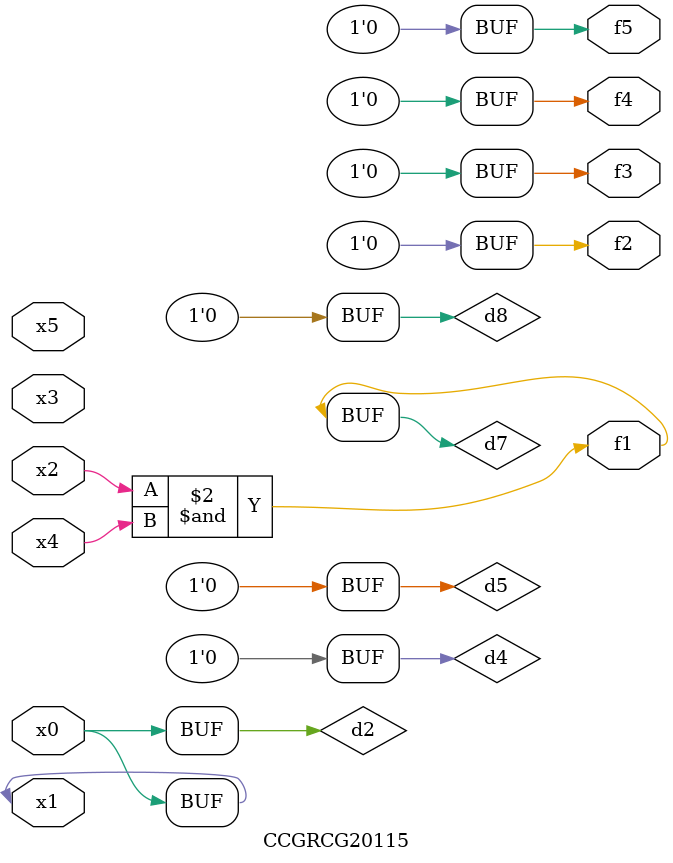
<source format=v>
module CCGRCG20115(
	input x0, x1, x2, x3, x4, x5,
	output f1, f2, f3, f4, f5
);

	wire d1, d2, d3, d4, d5, d6, d7, d8, d9;

	nand (d1, x1);
	buf (d2, x0, x1);
	nand (d3, x2, x4);
	and (d4, d1, d2);
	and (d5, d1, d2);
	nand (d6, d1, d3);
	not (d7, d3);
	xor (d8, d5);
	nor (d9, d5, d6);
	assign f1 = d7;
	assign f2 = d8;
	assign f3 = d8;
	assign f4 = d8;
	assign f5 = d8;
endmodule

</source>
